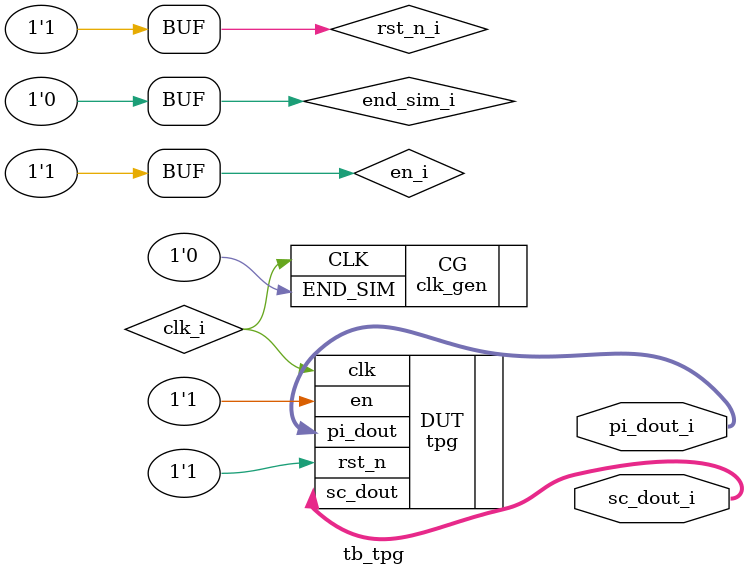
<source format=v>
/**************************************************
 * TESTBENCH for TEST-PATTERN GENERATOR
 **************************************************/

module tb_tpg( sc_dout_i, pi_dout_i );
	
	wire clk_i;
	reg en_i, rst_n_i, end_sim_i;

	output wire [6:0] sc_dout_i;
	output wire [259:0] pi_dout_i;

	clk_gen CG(
		.END_SIM(end_sim_i),	
		.CLK(clk_i) );
	
	tpg DUT(
		.clk(clk_i),
		.en(en_i),
		.rst_n(rst_n_i),
		.pi_dout(pi_dout_i),
		.sc_dout(sc_dout_i) );

	initial begin
		end_sim_i = 0;
		en_i = 1;
		rst_n_i = 0; #6
		rst_n_i = 1; 
	end
endmodule

</source>
